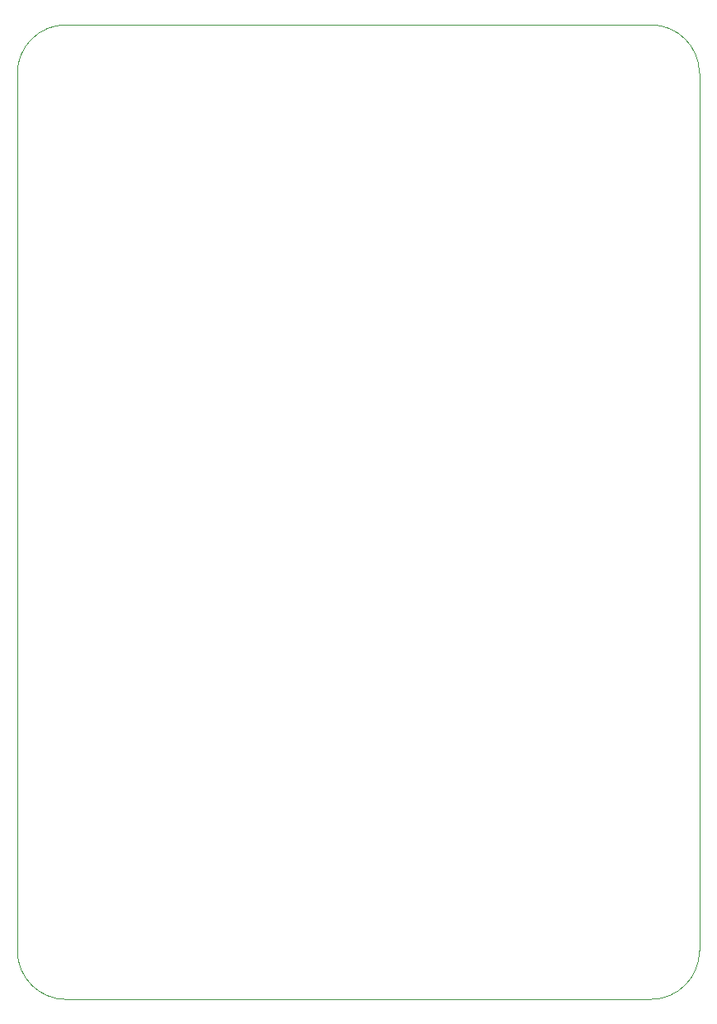
<source format=gm1>
G04 #@! TF.GenerationSoftware,KiCad,Pcbnew,(5.1.9)-1*
G04 #@! TF.CreationDate,2021-08-29T17:24:44+02:00*
G04 #@! TF.ProjectId,pcb,7063622e-6b69-4636-9164-5f7063625858,Rev. A*
G04 #@! TF.SameCoordinates,Original*
G04 #@! TF.FileFunction,Profile,NP*
%FSLAX46Y46*%
G04 Gerber Fmt 4.6, Leading zero omitted, Abs format (unit mm)*
G04 Created by KiCad (PCBNEW (5.1.9)-1) date 2021-08-29 17:24:44*
%MOMM*%
%LPD*%
G01*
G04 APERTURE LIST*
G04 #@! TA.AperFunction,Profile*
%ADD10C,0.050000*%
G04 #@! TD*
G04 APERTURE END LIST*
D10*
X165000000Y-50000000D02*
G75*
G02*
X170000000Y-55000000I0J-5000000D01*
G01*
X170000000Y-145000000D02*
G75*
G02*
X165000000Y-150000000I-5000000J0D01*
G01*
X105000000Y-150000000D02*
G75*
G02*
X100000000Y-145000000I0J5000000D01*
G01*
X100000000Y-55000000D02*
G75*
G02*
X105000000Y-50000000I5000000J0D01*
G01*
X100000000Y-55000000D02*
X100000000Y-145000000D01*
X165000000Y-50000000D02*
X105000000Y-50000000D01*
X170000000Y-145000000D02*
X170000000Y-55000000D01*
X105000000Y-150000000D02*
X165000000Y-150000000D01*
M02*

</source>
